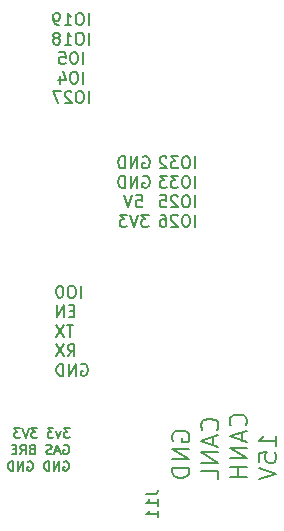
<source format=gbr>
G04 #@! TF.GenerationSoftware,KiCad,Pcbnew,(5.1.10)-1*
G04 #@! TF.CreationDate,2021-06-01T12:57:43+02:00*
G04 #@! TF.ProjectId,bobbycar,626f6262-7963-4617-922e-6b696361645f,rev?*
G04 #@! TF.SameCoordinates,Original*
G04 #@! TF.FileFunction,Legend,Bot*
G04 #@! TF.FilePolarity,Positive*
%FSLAX46Y46*%
G04 Gerber Fmt 4.6, Leading zero omitted, Abs format (unit mm)*
G04 Created by KiCad (PCBNEW (5.1.10)-1) date 2021-06-01 12:57:43*
%MOMM*%
%LPD*%
G01*
G04 APERTURE LIST*
%ADD10C,0.150000*%
%ADD11C,0.200000*%
G04 APERTURE END LIST*
D10*
X102976190Y-30452380D02*
X102976190Y-29452380D01*
X102309523Y-29452380D02*
X102119047Y-29452380D01*
X102023809Y-29500000D01*
X101928571Y-29595238D01*
X101880952Y-29785714D01*
X101880952Y-30119047D01*
X101928571Y-30309523D01*
X102023809Y-30404761D01*
X102119047Y-30452380D01*
X102309523Y-30452380D01*
X102404761Y-30404761D01*
X102500000Y-30309523D01*
X102547619Y-30119047D01*
X102547619Y-29785714D01*
X102500000Y-29595238D01*
X102404761Y-29500000D01*
X102309523Y-29452380D01*
X100928571Y-30452380D02*
X101500000Y-30452380D01*
X101214285Y-30452380D02*
X101214285Y-29452380D01*
X101309523Y-29595238D01*
X101404761Y-29690476D01*
X101500000Y-29738095D01*
X100452380Y-30452380D02*
X100261904Y-30452380D01*
X100166666Y-30404761D01*
X100119047Y-30357142D01*
X100023809Y-30214285D01*
X99976190Y-30023809D01*
X99976190Y-29642857D01*
X100023809Y-29547619D01*
X100071428Y-29500000D01*
X100166666Y-29452380D01*
X100357142Y-29452380D01*
X100452380Y-29500000D01*
X100500000Y-29547619D01*
X100547619Y-29642857D01*
X100547619Y-29880952D01*
X100500000Y-29976190D01*
X100452380Y-30023809D01*
X100357142Y-30071428D01*
X100166666Y-30071428D01*
X100071428Y-30023809D01*
X100023809Y-29976190D01*
X99976190Y-29880952D01*
X102976190Y-32102380D02*
X102976190Y-31102380D01*
X102309523Y-31102380D02*
X102119047Y-31102380D01*
X102023809Y-31150000D01*
X101928571Y-31245238D01*
X101880952Y-31435714D01*
X101880952Y-31769047D01*
X101928571Y-31959523D01*
X102023809Y-32054761D01*
X102119047Y-32102380D01*
X102309523Y-32102380D01*
X102404761Y-32054761D01*
X102500000Y-31959523D01*
X102547619Y-31769047D01*
X102547619Y-31435714D01*
X102500000Y-31245238D01*
X102404761Y-31150000D01*
X102309523Y-31102380D01*
X100928571Y-32102380D02*
X101500000Y-32102380D01*
X101214285Y-32102380D02*
X101214285Y-31102380D01*
X101309523Y-31245238D01*
X101404761Y-31340476D01*
X101500000Y-31388095D01*
X100357142Y-31530952D02*
X100452380Y-31483333D01*
X100500000Y-31435714D01*
X100547619Y-31340476D01*
X100547619Y-31292857D01*
X100500000Y-31197619D01*
X100452380Y-31150000D01*
X100357142Y-31102380D01*
X100166666Y-31102380D01*
X100071428Y-31150000D01*
X100023809Y-31197619D01*
X99976190Y-31292857D01*
X99976190Y-31340476D01*
X100023809Y-31435714D01*
X100071428Y-31483333D01*
X100166666Y-31530952D01*
X100357142Y-31530952D01*
X100452380Y-31578571D01*
X100500000Y-31626190D01*
X100547619Y-31721428D01*
X100547619Y-31911904D01*
X100500000Y-32007142D01*
X100452380Y-32054761D01*
X100357142Y-32102380D01*
X100166666Y-32102380D01*
X100071428Y-32054761D01*
X100023809Y-32007142D01*
X99976190Y-31911904D01*
X99976190Y-31721428D01*
X100023809Y-31626190D01*
X100071428Y-31578571D01*
X100166666Y-31530952D01*
X102500000Y-33752380D02*
X102500000Y-32752380D01*
X101833333Y-32752380D02*
X101642857Y-32752380D01*
X101547619Y-32800000D01*
X101452380Y-32895238D01*
X101404761Y-33085714D01*
X101404761Y-33419047D01*
X101452380Y-33609523D01*
X101547619Y-33704761D01*
X101642857Y-33752380D01*
X101833333Y-33752380D01*
X101928571Y-33704761D01*
X102023809Y-33609523D01*
X102071428Y-33419047D01*
X102071428Y-33085714D01*
X102023809Y-32895238D01*
X101928571Y-32800000D01*
X101833333Y-32752380D01*
X100500000Y-32752380D02*
X100976190Y-32752380D01*
X101023809Y-33228571D01*
X100976190Y-33180952D01*
X100880952Y-33133333D01*
X100642857Y-33133333D01*
X100547619Y-33180952D01*
X100500000Y-33228571D01*
X100452380Y-33323809D01*
X100452380Y-33561904D01*
X100500000Y-33657142D01*
X100547619Y-33704761D01*
X100642857Y-33752380D01*
X100880952Y-33752380D01*
X100976190Y-33704761D01*
X101023809Y-33657142D01*
X102500000Y-35402380D02*
X102500000Y-34402380D01*
X101833333Y-34402380D02*
X101642857Y-34402380D01*
X101547619Y-34450000D01*
X101452380Y-34545238D01*
X101404761Y-34735714D01*
X101404761Y-35069047D01*
X101452380Y-35259523D01*
X101547619Y-35354761D01*
X101642857Y-35402380D01*
X101833333Y-35402380D01*
X101928571Y-35354761D01*
X102023809Y-35259523D01*
X102071428Y-35069047D01*
X102071428Y-34735714D01*
X102023809Y-34545238D01*
X101928571Y-34450000D01*
X101833333Y-34402380D01*
X100547619Y-34735714D02*
X100547619Y-35402380D01*
X100785714Y-34354761D02*
X101023809Y-35069047D01*
X100404761Y-35069047D01*
X102976190Y-37052380D02*
X102976190Y-36052380D01*
X102309523Y-36052380D02*
X102119047Y-36052380D01*
X102023809Y-36100000D01*
X101928571Y-36195238D01*
X101880952Y-36385714D01*
X101880952Y-36719047D01*
X101928571Y-36909523D01*
X102023809Y-37004761D01*
X102119047Y-37052380D01*
X102309523Y-37052380D01*
X102404761Y-37004761D01*
X102500000Y-36909523D01*
X102547619Y-36719047D01*
X102547619Y-36385714D01*
X102500000Y-36195238D01*
X102404761Y-36100000D01*
X102309523Y-36052380D01*
X101500000Y-36147619D02*
X101452380Y-36100000D01*
X101357142Y-36052380D01*
X101119047Y-36052380D01*
X101023809Y-36100000D01*
X100976190Y-36147619D01*
X100928571Y-36242857D01*
X100928571Y-36338095D01*
X100976190Y-36480952D01*
X101547619Y-37052380D01*
X100928571Y-37052380D01*
X100595238Y-36052380D02*
X99928571Y-36052380D01*
X100357142Y-37052380D01*
X111976190Y-42577380D02*
X111976190Y-41577380D01*
X111309523Y-41577380D02*
X111119047Y-41577380D01*
X111023809Y-41625000D01*
X110928571Y-41720238D01*
X110880952Y-41910714D01*
X110880952Y-42244047D01*
X110928571Y-42434523D01*
X111023809Y-42529761D01*
X111119047Y-42577380D01*
X111309523Y-42577380D01*
X111404761Y-42529761D01*
X111500000Y-42434523D01*
X111547619Y-42244047D01*
X111547619Y-41910714D01*
X111500000Y-41720238D01*
X111404761Y-41625000D01*
X111309523Y-41577380D01*
X110547619Y-41577380D02*
X109928571Y-41577380D01*
X110261904Y-41958333D01*
X110119047Y-41958333D01*
X110023809Y-42005952D01*
X109976190Y-42053571D01*
X109928571Y-42148809D01*
X109928571Y-42386904D01*
X109976190Y-42482142D01*
X110023809Y-42529761D01*
X110119047Y-42577380D01*
X110404761Y-42577380D01*
X110500000Y-42529761D01*
X110547619Y-42482142D01*
X109547619Y-41672619D02*
X109500000Y-41625000D01*
X109404761Y-41577380D01*
X109166666Y-41577380D01*
X109071428Y-41625000D01*
X109023809Y-41672619D01*
X108976190Y-41767857D01*
X108976190Y-41863095D01*
X109023809Y-42005952D01*
X109595238Y-42577380D01*
X108976190Y-42577380D01*
X111976190Y-44227380D02*
X111976190Y-43227380D01*
X111309523Y-43227380D02*
X111119047Y-43227380D01*
X111023809Y-43275000D01*
X110928571Y-43370238D01*
X110880952Y-43560714D01*
X110880952Y-43894047D01*
X110928571Y-44084523D01*
X111023809Y-44179761D01*
X111119047Y-44227380D01*
X111309523Y-44227380D01*
X111404761Y-44179761D01*
X111500000Y-44084523D01*
X111547619Y-43894047D01*
X111547619Y-43560714D01*
X111500000Y-43370238D01*
X111404761Y-43275000D01*
X111309523Y-43227380D01*
X110547619Y-43227380D02*
X109928571Y-43227380D01*
X110261904Y-43608333D01*
X110119047Y-43608333D01*
X110023809Y-43655952D01*
X109976190Y-43703571D01*
X109928571Y-43798809D01*
X109928571Y-44036904D01*
X109976190Y-44132142D01*
X110023809Y-44179761D01*
X110119047Y-44227380D01*
X110404761Y-44227380D01*
X110500000Y-44179761D01*
X110547619Y-44132142D01*
X109595238Y-43227380D02*
X108976190Y-43227380D01*
X109309523Y-43608333D01*
X109166666Y-43608333D01*
X109071428Y-43655952D01*
X109023809Y-43703571D01*
X108976190Y-43798809D01*
X108976190Y-44036904D01*
X109023809Y-44132142D01*
X109071428Y-44179761D01*
X109166666Y-44227380D01*
X109452380Y-44227380D01*
X109547619Y-44179761D01*
X109595238Y-44132142D01*
X111976190Y-45877380D02*
X111976190Y-44877380D01*
X111309523Y-44877380D02*
X111119047Y-44877380D01*
X111023809Y-44925000D01*
X110928571Y-45020238D01*
X110880952Y-45210714D01*
X110880952Y-45544047D01*
X110928571Y-45734523D01*
X111023809Y-45829761D01*
X111119047Y-45877380D01*
X111309523Y-45877380D01*
X111404761Y-45829761D01*
X111500000Y-45734523D01*
X111547619Y-45544047D01*
X111547619Y-45210714D01*
X111500000Y-45020238D01*
X111404761Y-44925000D01*
X111309523Y-44877380D01*
X110500000Y-44972619D02*
X110452380Y-44925000D01*
X110357142Y-44877380D01*
X110119047Y-44877380D01*
X110023809Y-44925000D01*
X109976190Y-44972619D01*
X109928571Y-45067857D01*
X109928571Y-45163095D01*
X109976190Y-45305952D01*
X110547619Y-45877380D01*
X109928571Y-45877380D01*
X109023809Y-44877380D02*
X109500000Y-44877380D01*
X109547619Y-45353571D01*
X109500000Y-45305952D01*
X109404761Y-45258333D01*
X109166666Y-45258333D01*
X109071428Y-45305952D01*
X109023809Y-45353571D01*
X108976190Y-45448809D01*
X108976190Y-45686904D01*
X109023809Y-45782142D01*
X109071428Y-45829761D01*
X109166666Y-45877380D01*
X109404761Y-45877380D01*
X109500000Y-45829761D01*
X109547619Y-45782142D01*
X111976190Y-47527380D02*
X111976190Y-46527380D01*
X111309523Y-46527380D02*
X111119047Y-46527380D01*
X111023809Y-46575000D01*
X110928571Y-46670238D01*
X110880952Y-46860714D01*
X110880952Y-47194047D01*
X110928571Y-47384523D01*
X111023809Y-47479761D01*
X111119047Y-47527380D01*
X111309523Y-47527380D01*
X111404761Y-47479761D01*
X111500000Y-47384523D01*
X111547619Y-47194047D01*
X111547619Y-46860714D01*
X111500000Y-46670238D01*
X111404761Y-46575000D01*
X111309523Y-46527380D01*
X110500000Y-46622619D02*
X110452380Y-46575000D01*
X110357142Y-46527380D01*
X110119047Y-46527380D01*
X110023809Y-46575000D01*
X109976190Y-46622619D01*
X109928571Y-46717857D01*
X109928571Y-46813095D01*
X109976190Y-46955952D01*
X110547619Y-47527380D01*
X109928571Y-47527380D01*
X109071428Y-46527380D02*
X109261904Y-46527380D01*
X109357142Y-46575000D01*
X109404761Y-46622619D01*
X109500000Y-46765476D01*
X109547619Y-46955952D01*
X109547619Y-47336904D01*
X109500000Y-47432142D01*
X109452380Y-47479761D01*
X109357142Y-47527380D01*
X109166666Y-47527380D01*
X109071428Y-47479761D01*
X109023809Y-47432142D01*
X108976190Y-47336904D01*
X108976190Y-47098809D01*
X109023809Y-47003571D01*
X109071428Y-46955952D01*
X109166666Y-46908333D01*
X109357142Y-46908333D01*
X109452380Y-46955952D01*
X109500000Y-47003571D01*
X109547619Y-47098809D01*
D11*
X110075000Y-65641428D02*
X110003571Y-65498571D01*
X110003571Y-65284285D01*
X110075000Y-65070000D01*
X110217857Y-64927142D01*
X110360714Y-64855714D01*
X110646428Y-64784285D01*
X110860714Y-64784285D01*
X111146428Y-64855714D01*
X111289285Y-64927142D01*
X111432142Y-65070000D01*
X111503571Y-65284285D01*
X111503571Y-65427142D01*
X111432142Y-65641428D01*
X111360714Y-65712857D01*
X110860714Y-65712857D01*
X110860714Y-65427142D01*
X111503571Y-66355714D02*
X110003571Y-66355714D01*
X111503571Y-67212857D01*
X110003571Y-67212857D01*
X111503571Y-67927142D02*
X110003571Y-67927142D01*
X110003571Y-68284285D01*
X110075000Y-68498571D01*
X110217857Y-68641428D01*
X110360714Y-68712857D01*
X110646428Y-68784285D01*
X110860714Y-68784285D01*
X111146428Y-68712857D01*
X111289285Y-68641428D01*
X111432142Y-68498571D01*
X111503571Y-68284285D01*
X111503571Y-67927142D01*
X113810714Y-64712857D02*
X113882142Y-64641428D01*
X113953571Y-64427142D01*
X113953571Y-64284285D01*
X113882142Y-64070000D01*
X113739285Y-63927142D01*
X113596428Y-63855714D01*
X113310714Y-63784285D01*
X113096428Y-63784285D01*
X112810714Y-63855714D01*
X112667857Y-63927142D01*
X112525000Y-64070000D01*
X112453571Y-64284285D01*
X112453571Y-64427142D01*
X112525000Y-64641428D01*
X112596428Y-64712857D01*
X113525000Y-65284285D02*
X113525000Y-65998571D01*
X113953571Y-65141428D02*
X112453571Y-65641428D01*
X113953571Y-66141428D01*
X113953571Y-66641428D02*
X112453571Y-66641428D01*
X113953571Y-67498571D01*
X112453571Y-67498571D01*
X113953571Y-68927142D02*
X113953571Y-68212857D01*
X112453571Y-68212857D01*
X116260714Y-64355714D02*
X116332142Y-64284285D01*
X116403571Y-64070000D01*
X116403571Y-63927142D01*
X116332142Y-63712857D01*
X116189285Y-63570000D01*
X116046428Y-63498571D01*
X115760714Y-63427142D01*
X115546428Y-63427142D01*
X115260714Y-63498571D01*
X115117857Y-63570000D01*
X114975000Y-63712857D01*
X114903571Y-63927142D01*
X114903571Y-64070000D01*
X114975000Y-64284285D01*
X115046428Y-64355714D01*
X115975000Y-64927142D02*
X115975000Y-65641428D01*
X116403571Y-64784285D02*
X114903571Y-65284285D01*
X116403571Y-65784285D01*
X116403571Y-66284285D02*
X114903571Y-66284285D01*
X116403571Y-67141428D01*
X114903571Y-67141428D01*
X116403571Y-67855714D02*
X114903571Y-67855714D01*
X115617857Y-67855714D02*
X115617857Y-68712857D01*
X116403571Y-68712857D02*
X114903571Y-68712857D01*
X118853571Y-66070000D02*
X118853571Y-65212857D01*
X118853571Y-65641428D02*
X117353571Y-65641428D01*
X117567857Y-65498571D01*
X117710714Y-65355714D01*
X117782142Y-65212857D01*
X117353571Y-67427142D02*
X117353571Y-66712857D01*
X118067857Y-66641428D01*
X117996428Y-66712857D01*
X117925000Y-66855714D01*
X117925000Y-67212857D01*
X117996428Y-67355714D01*
X118067857Y-67427142D01*
X118210714Y-67498571D01*
X118567857Y-67498571D01*
X118710714Y-67427142D01*
X118782142Y-67355714D01*
X118853571Y-67212857D01*
X118853571Y-66855714D01*
X118782142Y-66712857D01*
X118710714Y-66641428D01*
X117353571Y-67927142D02*
X118853571Y-68427142D01*
X117353571Y-68927142D01*
D10*
X107561904Y-41625000D02*
X107657142Y-41577380D01*
X107800000Y-41577380D01*
X107942857Y-41625000D01*
X108038095Y-41720238D01*
X108085714Y-41815476D01*
X108133333Y-42005952D01*
X108133333Y-42148809D01*
X108085714Y-42339285D01*
X108038095Y-42434523D01*
X107942857Y-42529761D01*
X107800000Y-42577380D01*
X107704761Y-42577380D01*
X107561904Y-42529761D01*
X107514285Y-42482142D01*
X107514285Y-42148809D01*
X107704761Y-42148809D01*
X107085714Y-42577380D02*
X107085714Y-41577380D01*
X106514285Y-42577380D01*
X106514285Y-41577380D01*
X106038095Y-42577380D02*
X106038095Y-41577380D01*
X105800000Y-41577380D01*
X105657142Y-41625000D01*
X105561904Y-41720238D01*
X105514285Y-41815476D01*
X105466666Y-42005952D01*
X105466666Y-42148809D01*
X105514285Y-42339285D01*
X105561904Y-42434523D01*
X105657142Y-42529761D01*
X105800000Y-42577380D01*
X106038095Y-42577380D01*
X107561904Y-43275000D02*
X107657142Y-43227380D01*
X107800000Y-43227380D01*
X107942857Y-43275000D01*
X108038095Y-43370238D01*
X108085714Y-43465476D01*
X108133333Y-43655952D01*
X108133333Y-43798809D01*
X108085714Y-43989285D01*
X108038095Y-44084523D01*
X107942857Y-44179761D01*
X107800000Y-44227380D01*
X107704761Y-44227380D01*
X107561904Y-44179761D01*
X107514285Y-44132142D01*
X107514285Y-43798809D01*
X107704761Y-43798809D01*
X107085714Y-44227380D02*
X107085714Y-43227380D01*
X106514285Y-44227380D01*
X106514285Y-43227380D01*
X106038095Y-44227380D02*
X106038095Y-43227380D01*
X105800000Y-43227380D01*
X105657142Y-43275000D01*
X105561904Y-43370238D01*
X105514285Y-43465476D01*
X105466666Y-43655952D01*
X105466666Y-43798809D01*
X105514285Y-43989285D01*
X105561904Y-44084523D01*
X105657142Y-44179761D01*
X105800000Y-44227380D01*
X106038095Y-44227380D01*
X106990476Y-44877380D02*
X107466666Y-44877380D01*
X107514285Y-45353571D01*
X107466666Y-45305952D01*
X107371428Y-45258333D01*
X107133333Y-45258333D01*
X107038095Y-45305952D01*
X106990476Y-45353571D01*
X106942857Y-45448809D01*
X106942857Y-45686904D01*
X106990476Y-45782142D01*
X107038095Y-45829761D01*
X107133333Y-45877380D01*
X107371428Y-45877380D01*
X107466666Y-45829761D01*
X107514285Y-45782142D01*
X106657142Y-44877380D02*
X106323809Y-45877380D01*
X105990476Y-44877380D01*
X108038095Y-46527380D02*
X107419047Y-46527380D01*
X107752380Y-46908333D01*
X107609523Y-46908333D01*
X107514285Y-46955952D01*
X107466666Y-47003571D01*
X107419047Y-47098809D01*
X107419047Y-47336904D01*
X107466666Y-47432142D01*
X107514285Y-47479761D01*
X107609523Y-47527380D01*
X107895238Y-47527380D01*
X107990476Y-47479761D01*
X108038095Y-47432142D01*
X107133333Y-46527380D02*
X106800000Y-47527380D01*
X106466666Y-46527380D01*
X106228571Y-46527380D02*
X105609523Y-46527380D01*
X105942857Y-46908333D01*
X105800000Y-46908333D01*
X105704761Y-46955952D01*
X105657142Y-47003571D01*
X105609523Y-47098809D01*
X105609523Y-47336904D01*
X105657142Y-47432142D01*
X105704761Y-47479761D01*
X105800000Y-47527380D01*
X106085714Y-47527380D01*
X106180952Y-47479761D01*
X106228571Y-47432142D01*
X102284595Y-53540380D02*
X102284595Y-52540380D01*
X101617928Y-52540380D02*
X101427452Y-52540380D01*
X101332214Y-52588000D01*
X101236976Y-52683238D01*
X101189357Y-52873714D01*
X101189357Y-53207047D01*
X101236976Y-53397523D01*
X101332214Y-53492761D01*
X101427452Y-53540380D01*
X101617928Y-53540380D01*
X101713166Y-53492761D01*
X101808404Y-53397523D01*
X101856023Y-53207047D01*
X101856023Y-52873714D01*
X101808404Y-52683238D01*
X101713166Y-52588000D01*
X101617928Y-52540380D01*
X100570309Y-52540380D02*
X100475071Y-52540380D01*
X100379833Y-52588000D01*
X100332214Y-52635619D01*
X100284595Y-52730857D01*
X100236976Y-52921333D01*
X100236976Y-53159428D01*
X100284595Y-53349904D01*
X100332214Y-53445142D01*
X100379833Y-53492761D01*
X100475071Y-53540380D01*
X100570309Y-53540380D01*
X100665547Y-53492761D01*
X100713166Y-53445142D01*
X100760785Y-53349904D01*
X100808404Y-53159428D01*
X100808404Y-52921333D01*
X100760785Y-52730857D01*
X100713166Y-52635619D01*
X100665547Y-52588000D01*
X100570309Y-52540380D01*
X101760785Y-54666571D02*
X101427452Y-54666571D01*
X101284595Y-55190380D02*
X101760785Y-55190380D01*
X101760785Y-54190380D01*
X101284595Y-54190380D01*
X100856023Y-55190380D02*
X100856023Y-54190380D01*
X100284595Y-55190380D01*
X100284595Y-54190380D01*
X101665547Y-55840380D02*
X101094119Y-55840380D01*
X101379833Y-56840380D02*
X101379833Y-55840380D01*
X100856023Y-55840380D02*
X100189357Y-56840380D01*
X100189357Y-55840380D02*
X100856023Y-56840380D01*
X101189357Y-58490380D02*
X101522690Y-58014190D01*
X101760785Y-58490380D02*
X101760785Y-57490380D01*
X101379833Y-57490380D01*
X101284595Y-57538000D01*
X101236976Y-57585619D01*
X101189357Y-57680857D01*
X101189357Y-57823714D01*
X101236976Y-57918952D01*
X101284595Y-57966571D01*
X101379833Y-58014190D01*
X101760785Y-58014190D01*
X100856023Y-57490380D02*
X100189357Y-58490380D01*
X100189357Y-57490380D02*
X100856023Y-58490380D01*
X102332214Y-59188000D02*
X102427452Y-59140380D01*
X102570309Y-59140380D01*
X102713166Y-59188000D01*
X102808404Y-59283238D01*
X102856023Y-59378476D01*
X102903642Y-59568952D01*
X102903642Y-59711809D01*
X102856023Y-59902285D01*
X102808404Y-59997523D01*
X102713166Y-60092761D01*
X102570309Y-60140380D01*
X102475071Y-60140380D01*
X102332214Y-60092761D01*
X102284595Y-60045142D01*
X102284595Y-59711809D01*
X102475071Y-59711809D01*
X101856023Y-60140380D02*
X101856023Y-59140380D01*
X101284595Y-60140380D01*
X101284595Y-59140380D01*
X100808404Y-60140380D02*
X100808404Y-59140380D01*
X100570309Y-59140380D01*
X100427452Y-59188000D01*
X100332214Y-59283238D01*
X100284595Y-59378476D01*
X100236976Y-59568952D01*
X100236976Y-59711809D01*
X100284595Y-59902285D01*
X100332214Y-59997523D01*
X100427452Y-60092761D01*
X100570309Y-60140380D01*
X100808404Y-60140380D01*
D11*
X101355714Y-64582904D02*
X100860476Y-64582904D01*
X101127142Y-64887666D01*
X101012857Y-64887666D01*
X100936666Y-64925761D01*
X100898571Y-64963857D01*
X100860476Y-65040047D01*
X100860476Y-65230523D01*
X100898571Y-65306714D01*
X100936666Y-65344809D01*
X101012857Y-65382904D01*
X101241428Y-65382904D01*
X101317619Y-65344809D01*
X101355714Y-65306714D01*
X100593809Y-64849571D02*
X100403333Y-65382904D01*
X100212857Y-64849571D01*
X99984285Y-64582904D02*
X99489047Y-64582904D01*
X99755714Y-64887666D01*
X99641428Y-64887666D01*
X99565238Y-64925761D01*
X99527142Y-64963857D01*
X99489047Y-65040047D01*
X99489047Y-65230523D01*
X99527142Y-65306714D01*
X99565238Y-65344809D01*
X99641428Y-65382904D01*
X99870000Y-65382904D01*
X99946190Y-65344809D01*
X99984285Y-65306714D01*
X98612857Y-64582904D02*
X98117619Y-64582904D01*
X98384285Y-64887666D01*
X98270000Y-64887666D01*
X98193809Y-64925761D01*
X98155714Y-64963857D01*
X98117619Y-65040047D01*
X98117619Y-65230523D01*
X98155714Y-65306714D01*
X98193809Y-65344809D01*
X98270000Y-65382904D01*
X98498571Y-65382904D01*
X98574761Y-65344809D01*
X98612857Y-65306714D01*
X97889047Y-64582904D02*
X97622380Y-65382904D01*
X97355714Y-64582904D01*
X97165238Y-64582904D02*
X96670000Y-64582904D01*
X96936666Y-64887666D01*
X96822380Y-64887666D01*
X96746190Y-64925761D01*
X96708095Y-64963857D01*
X96670000Y-65040047D01*
X96670000Y-65230523D01*
X96708095Y-65306714D01*
X96746190Y-65344809D01*
X96822380Y-65382904D01*
X97050952Y-65382904D01*
X97127142Y-65344809D01*
X97165238Y-65306714D01*
X100860476Y-66021000D02*
X100936666Y-65982904D01*
X101050952Y-65982904D01*
X101165238Y-66021000D01*
X101241428Y-66097190D01*
X101279523Y-66173380D01*
X101317619Y-66325761D01*
X101317619Y-66440047D01*
X101279523Y-66592428D01*
X101241428Y-66668619D01*
X101165238Y-66744809D01*
X101050952Y-66782904D01*
X100974761Y-66782904D01*
X100860476Y-66744809D01*
X100822380Y-66706714D01*
X100822380Y-66440047D01*
X100974761Y-66440047D01*
X100517619Y-66554333D02*
X100136666Y-66554333D01*
X100593809Y-66782904D02*
X100327142Y-65982904D01*
X100060476Y-66782904D01*
X99831904Y-66744809D02*
X99717619Y-66782904D01*
X99527142Y-66782904D01*
X99450952Y-66744809D01*
X99412857Y-66706714D01*
X99374761Y-66630523D01*
X99374761Y-66554333D01*
X99412857Y-66478142D01*
X99450952Y-66440047D01*
X99527142Y-66401952D01*
X99679523Y-66363857D01*
X99755714Y-66325761D01*
X99793809Y-66287666D01*
X99831904Y-66211476D01*
X99831904Y-66135285D01*
X99793809Y-66059095D01*
X99755714Y-66021000D01*
X99679523Y-65982904D01*
X99489047Y-65982904D01*
X99374761Y-66021000D01*
X98155714Y-66363857D02*
X98041428Y-66401952D01*
X98003333Y-66440047D01*
X97965238Y-66516238D01*
X97965238Y-66630523D01*
X98003333Y-66706714D01*
X98041428Y-66744809D01*
X98117619Y-66782904D01*
X98422380Y-66782904D01*
X98422380Y-65982904D01*
X98155714Y-65982904D01*
X98079523Y-66021000D01*
X98041428Y-66059095D01*
X98003333Y-66135285D01*
X98003333Y-66211476D01*
X98041428Y-66287666D01*
X98079523Y-66325761D01*
X98155714Y-66363857D01*
X98422380Y-66363857D01*
X97165238Y-66782904D02*
X97431904Y-66401952D01*
X97622380Y-66782904D02*
X97622380Y-65982904D01*
X97317619Y-65982904D01*
X97241428Y-66021000D01*
X97203333Y-66059095D01*
X97165238Y-66135285D01*
X97165238Y-66249571D01*
X97203333Y-66325761D01*
X97241428Y-66363857D01*
X97317619Y-66401952D01*
X97622380Y-66401952D01*
X96822380Y-66363857D02*
X96555714Y-66363857D01*
X96441428Y-66782904D02*
X96822380Y-66782904D01*
X96822380Y-65982904D01*
X96441428Y-65982904D01*
X100860476Y-67421000D02*
X100936666Y-67382904D01*
X101050952Y-67382904D01*
X101165238Y-67421000D01*
X101241428Y-67497190D01*
X101279523Y-67573380D01*
X101317619Y-67725761D01*
X101317619Y-67840047D01*
X101279523Y-67992428D01*
X101241428Y-68068619D01*
X101165238Y-68144809D01*
X101050952Y-68182904D01*
X100974761Y-68182904D01*
X100860476Y-68144809D01*
X100822380Y-68106714D01*
X100822380Y-67840047D01*
X100974761Y-67840047D01*
X100479523Y-68182904D02*
X100479523Y-67382904D01*
X100022380Y-68182904D01*
X100022380Y-67382904D01*
X99641428Y-68182904D02*
X99641428Y-67382904D01*
X99450952Y-67382904D01*
X99336666Y-67421000D01*
X99260476Y-67497190D01*
X99222380Y-67573380D01*
X99184285Y-67725761D01*
X99184285Y-67840047D01*
X99222380Y-67992428D01*
X99260476Y-68068619D01*
X99336666Y-68144809D01*
X99450952Y-68182904D01*
X99641428Y-68182904D01*
X97812857Y-67421000D02*
X97889047Y-67382904D01*
X98003333Y-67382904D01*
X98117619Y-67421000D01*
X98193809Y-67497190D01*
X98231904Y-67573380D01*
X98270000Y-67725761D01*
X98270000Y-67840047D01*
X98231904Y-67992428D01*
X98193809Y-68068619D01*
X98117619Y-68144809D01*
X98003333Y-68182904D01*
X97927142Y-68182904D01*
X97812857Y-68144809D01*
X97774761Y-68106714D01*
X97774761Y-67840047D01*
X97927142Y-67840047D01*
X97431904Y-68182904D02*
X97431904Y-67382904D01*
X96974761Y-68182904D01*
X96974761Y-67382904D01*
X96593809Y-68182904D02*
X96593809Y-67382904D01*
X96403333Y-67382904D01*
X96289047Y-67421000D01*
X96212857Y-67497190D01*
X96174761Y-67573380D01*
X96136666Y-67725761D01*
X96136666Y-67840047D01*
X96174761Y-67992428D01*
X96212857Y-68068619D01*
X96289047Y-68144809D01*
X96403333Y-68182904D01*
X96593809Y-68182904D01*
D10*
X107822380Y-70190476D02*
X108536666Y-70190476D01*
X108679523Y-70142857D01*
X108774761Y-70047619D01*
X108822380Y-69904761D01*
X108822380Y-69809523D01*
X108822380Y-71190476D02*
X108822380Y-70619047D01*
X108822380Y-70904761D02*
X107822380Y-70904761D01*
X107965238Y-70809523D01*
X108060476Y-70714285D01*
X108108095Y-70619047D01*
X108822380Y-72142857D02*
X108822380Y-71571428D01*
X108822380Y-71857142D02*
X107822380Y-71857142D01*
X107965238Y-71761904D01*
X108060476Y-71666666D01*
X108108095Y-71571428D01*
M02*

</source>
